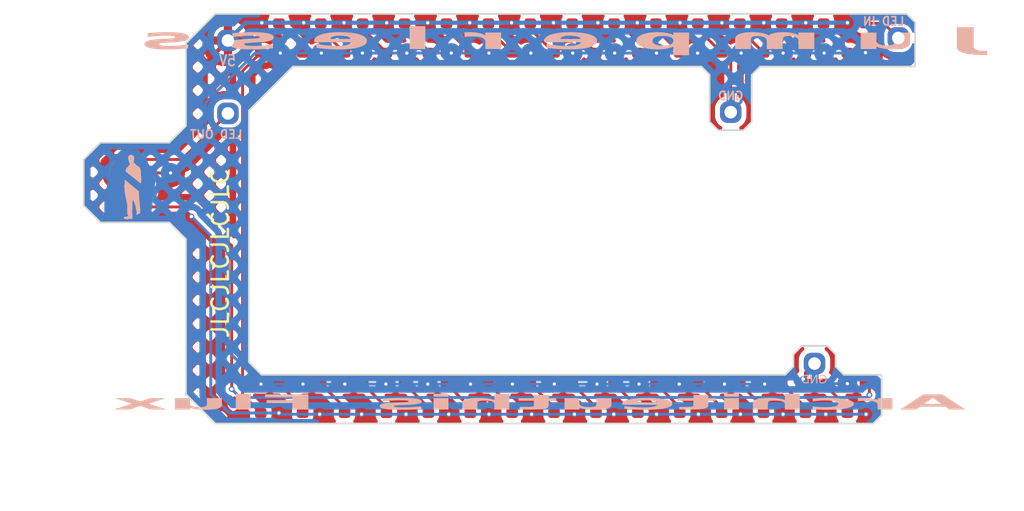
<source format=kicad_pcb>
(kicad_pcb (version 20221018) (generator pcbnew)
  (layers (0 "F.Cu" signal) (31 "B.Cu" signal) (34 "B.Paste" user) (35 "F.Paste" user) (36 "B.SilkS" user "B.Silkscreen") (37 "F.SilkS" user "F.Silkscreen") (38 "B.Mask" user) (39 "F.Mask" user) (44 "Edge.Cuts" user))
  (net 0 "")
  (net 1 "Net-(D92-DOUT)")
  (net 2 "Net-(D100-VSS)")
  (net 3 "Net-(D92-DIN)")
  (net 4 "Net-(D100-VDD)")
  (net 5 "Net-(D93-DOUT)")
  (net 6 "Net-(D94-DOUT)")
  (net 7 "Net-(D95-DOUT)")
  (net 8 "Net-(D96-DOUT)")
  (net 9 "Net-(D97-DOUT)")
  (net 10 "Net-(D98-DOUT)")
  (net 11 "Net-(D100-DIN)")
  (net 12 "Net-(D100-DOUT)")
  (net 13 "Net-(D101-DOUT)")
  (net 14 "Net-(D102-DOUT)")
  (net 15 "Net-(D103-DOUT)")
  (net 16 "Net-(D104-DOUT)")
  (net 17 "Net-(D105-DOUT)")
  (net 18 "Net-(D106-DOUT)")
  (net 19 "Net-(D107-DOUT)")
  (net 20 "Net-(D108-DOUT)")
  (net 21 "Net-(D109-DOUT)")
  (net 22 "Net-(D110-DOUT)")
  (net 23 "Net-(D111-DOUT)")
  (net 24 "Net-(D112-DOUT)")
  (net 25 "Net-(D113-DOUT)")
  (net 26 "Net-(D114-DOUT)")
  (net 27 "Net-(D115-DOUT)")
  (net 28 "Net-(D116-DOUT)")
  (net 29 "Net-(D117-DOUT)")
  (net 30 "Net-(D118-DOUT)")
  (net 31 "Net-(D119-DOUT)")
  (net 32 "Net-(D120-DOUT)")
  (net 33 "Net-(D121-DOUT)")
  (net 34 "Net-(D122-DOUT)")
  (footprint "JumperlessFootprints:ws2812c-2020-noSolk" (layer "F.Cu") (at 120.523 85.344 180)
    (fp_text reference "D116" hide)
    (fp_text value "WS2812B" hide)
  )
  (footprint "JumperlessFootprints:ws2812c-2020-noSolk" (layer "F.Cu") (at 128.143 85.344 180)
    (fp_text reference "D119" hide)
    (fp_text value "WS2812B" hide)
  )
  (footprint "JumperlessFootprints:PINHEADER-1x1_vertical" (layer "F.Cu") (at 125.603 67.9958)
    (fp_text reference "J10" hide)
    (fp_text value "GND")
  )
  (footprint "JumperlessFootprints:PINHEADER-1x1_vertical" (layer "F.Cu") (at 95.123 68.072)
    (fp_text reference "TP19" hide)
    (fp_text value "LED OUT")
  )
  (footprint "JumperlessFootprints:ws2812c-2020-noSolk" (layer "F.Cu") (at 117.983 63.5)
    (fp_text reference "D98" hide)
    (fp_text value "WS2812B" hide)
  )
  (footprint "JumperlessFootprints:ws2812c-2020-noSolk" (layer "F.Cu") (at 97.663 63.5)
    (fp_text reference "D106" hide)
    (fp_text value "WS2812B" hide)
  )
  (footprint "JumperlessFootprints:ws2812c-2020-noSolk" (layer "F.Cu") (at 115.443 63.5)
    (fp_text reference "D99" hide)
    (fp_text value "WS2812B" hide)
  )
  (footprint "JumperlessFootprints:ws2812c-2020-noSolk" (layer "F.Cu") (at 125.603 63.5)
    (fp_text reference "D95" hide)
    (fp_text value "WS2812B" hide)
  )
  (footprint "JumperlessFootprints:ws2812c-2020-noSolk" (layer "F.Cu") (at 100.203 85.344 180)
    (fp_text reference "D108" hide)
    (fp_text value "WS2812B" hide)
  )
  (footprint "JumperlessFootprints:ws2812c-2020-noSolk" (layer "F.Cu") (at 102.743 85.344 180)
    (fp_text reference "D109" hide)
    (fp_text value "WS2812B" hide)
  )
  (footprint "JumperlessFootprints:ws2812c-2020-noSolk" (layer "F.Cu") (at 125.603 85.344 180)
    (fp_text reference "D118" hide)
    (fp_text value "WS2812B" hide)
  )
  (footprint "JumperlessFootprints:ws2812c-2020-noSolk" (layer "F.Cu") (at 117.983 85.344 180)
    (fp_text reference "D115" hide)
    (fp_text value "WS2812B" hide)
  )
  (footprint "JumperlessFootprints:ws2812c-2020-noSolk" (layer "F.Cu") (at 110.363 85.344 180)
    (fp_text reference "D112" hide)
    (fp_text value "WS2812B" hide)
  )
  (footprint "JumperlessFootprints:ws2812c-2020-noSolk" (layer "F.Cu") (at 105.283 85.344 180)
    (fp_text reference "D110" hide)
    (fp_text value "WS2812B" hide)
  )
  (footprint "JumperlessFootprints:ws2812c-2020-noSolk" (layer "F.Cu") (at 110.363 63.5)
    (fp_text reference "D101" hide)
    (fp_text value "WS2812B" hide)
  )
  (footprint "JumperlessFootprints:ws2812c-2020-noSolk" (layer "F.Cu") (at 128.143 63.5)
    (fp_text reference "D94" hide)
    (fp_text value "WS2812B" hide)
  )
  (footprint "JumperlessFootprints:ws2812c-2020-noSolk" (layer "F.Cu") (at 123.063 63.5)
    (fp_text reference "D96" hide)
    (fp_text value "WS2812B" hide)
  )
  (footprint "JumperlessFootprints:ws2812c-2020-noSolk" (layer "F.Cu") (at 107.823 85.344 180)
    (fp_text reference "D111" hide)
    (fp_text value "WS2812B" hide)
  )
  (footprint "JumperlessFootprints:ws2812c-2020-noSolk" (layer "F.Cu") (at 123.063 85.344 180)
    (fp_text reference "D117" hide)
    (fp_text value "WS2812B" hide)
  )
  (footprint "JumperlessFootprints:ws2812c-2020-noSolk" (layer "F.Cu") (at 100.203 63.5)
    (fp_text reference "D105" hide)
    (fp_text value "WS2812B" hide)
  )
  (footprint "JumperlessFootprints:PINHEADER-1x1_vertical" (layer "F.Cu") (at 135.763 63.5)
    (fp_text reference "TP18" hide)
    (fp_text value "LED IN")
  )
  (footprint "JumperlessFootprints:ws2812c-2020-noSolk" (layer "F.Cu") (at 130.683 63.5)
    (fp_text reference "D93" hide)
    (fp_text value "WS2812B" hide)
  )
  (footprint "JumperlessFootprints:ws2812c-2020-noSolk" (layer "F.Cu") (at 115.443 85.344 180)
    (fp_text reference "D114" hide)
    (fp_text value "WS2812B" hide)
  )
  (footprint "JumperlessFootprints:PINHEADER-1x1_vertical" (layer "F.Cu") (at 95.123 63.6524)
    (fp_text reference "J8" hide)
    (fp_text value "5V")
  )
  (footprint "JumperlessFootprints:ws2812c-2020-noSolk" (layer "F.Cu") (at 89.408 72.136 90)
    (fp_text reference "D122" hide)
    (fp_text value "WS2812B")
  )
  (footprint "JumperlessFootprints:ws2812c-2020-noSolk" (layer "F.Cu") (at 97.663 85.344 180)
    (fp_text reference "D107" hide)
    (fp_text value "WS2812B" hide)
  )
  (footprint "JumperlessFootprints:ws2812c-2020-noSolk" (layer "F.Cu") (at 105.283 63.5)
    (fp_text reference "D103" hide)
    (fp_text value "WS2812B" hide)
  )
  (footprint "JumperlessFootprints:ws2812c-2020-noSolk" (layer "F.Cu") (at 120.523 63.5)
    (fp_text reference "D97" hide)
    (fp_text value "WS2812B" hide)
  )
  (footprint "JumperlessFootprints:ws2812c-2020-noSolk" (layer "F.Cu") (at 133.223 63.5)
    (fp_text reference "D92" hide)
    (fp_text value "WS2812B" hide)
  )
  (footprint "JumperlessFootprints:ws2812c-2020-noSolk" (layer "F.Cu") (at 102.743 63.5)
    (fp_text reference "D104" hide)
    (fp_text value "WS2812B" hide)
  )
  (footprint "JumperlessFootprints:ws2812c-2020-noSolk" (layer "F.Cu") (at 130.683 85.344 180)
    (fp_text reference "D120" hide)
    (fp_text value "WS2812B" hide)
  )
  (footprint "JumperlessFootprints:ws2812c-2020-noSolk" (layer "F.Cu") (at 112.903 63.5)
    (fp_text reference "D100" hide)
    (fp_text value "WS2812B" hide)
  )
  (footprint "JumperlessFootprints:ws2812c-2020-noSolk" (layer "F.Cu") (at 112.903 85.344 180)
    (fp_text reference "D113" hide)
    (fp_text value "WS2812B" hide)
  )
  (footprint "JumperlessFootprints:PINHEADER-1x1_vertical" (layer "F.Cu") (at 130.683 83.2358)
    (fp_text reference "J9" hide)
    (fp_text value "GND" hide)
  )
  (footprint "JumperlessFootprints:ws2812c-2020-noSolk" (layer "F.Cu") (at 107.823 63.5)
    (fp_text reference "D102" hide)
    (fp_text value "WS2812B" hide)
  )
  (footprint "JumperlessFootprints:ws2812c-2020-noSolk" (layer "F.Cu") (at 133.223 85.344 180)
    (fp_text reference "D121" hide)
    (fp_text value "WS2812B" hide)
  )
  (gr_poly (pts (xy 88.873698 72.115433) (xy 88.871908 72.169139) (xy 88.870724 72.196586) (xy 88.868798 72.231616) (xy 88.866399 72.269724) (xy 88.863797 72.306408) (xy 88.857465 72.389969) (xy 88.846792 72.41061) (xy 88.836119 72.431252) (xy 88.843425 72.444308) (xy 88.850731 72.457365) (xy 88.842452 72.480262) (xy 88.834172 72.50316) (xy 88.842984 72.518985) (xy 88.851796 72.53481) (xy 88.853998 72.60067) (xy 88.854801 72.630093) (xy 88.855365 72.66152) (xy 88.855633 72.691187) (xy 88.855546 72.715333) (xy 88.855624 72.726121) (xy 88.856114 72.73809) (xy 88.856976 72.75084) (xy 88.858168 72.763975) (xy 88.85965 72.777095) (xy 88.861382 72.789803) (xy 88.863321 72.8017) (xy 88.865429 72.812389) (xy 88.867623 72.82279) (xy 88.869815 72.833861) (xy 88.873954 72.856651) (xy 88.87738 72.878039) (xy 88.878681 72.887358) (xy 88.879628 72.895306) (xy 88.883986 72.929153) (xy 88.890889 72.972966) (xy 88.9 73.025) (xy 88.910983 73.083509) (xy 88.923499 73.146748) (xy 88.937213 73.21297) (xy 88.951788 73.280429) (xy 88.966885 73.34738) (xy 88.978777 73.400191) (xy 88.990129 73.452811) (xy 88.999655 73.499148) (xy 89.00607 73.533106) (xy 89.016811 73.595499) (xy 89.02149 73.872803) (xy 89.026169 74.150107) (xy 89.045661 74.198636) (xy 89.049649 74.208845) (xy 89.053506 74.219258) (xy 89.05714 74.229584) (xy 89.060455 74.239532) (xy 89.063357 74.24881) (xy 89.065754 74.257127) (xy 89.067549 74.264191) (xy 89.068649 74.26971) (xy 89.072145 74.292257) (xy 89.052319 74.300932) (xy 89.047946 74.302938) (xy 89.043113 74.30532) (xy 89.037979 74.307989) (xy 89.032704 74.310857) (xy 89.027447 74.313834) (xy 89.022369 74.316833) (xy 89.017629 74.319764) (xy 89.013386 74.322539) (xy 88.994279 74.335472) (xy 88.866111 74.335472) (xy 88.847545 74.348653) (xy 88.828979 74.361836) (xy 88.82134 74.384985) (xy 88.813701 74.408134) (xy 88.82012 74.425015) (xy 88.820822 74.426774) (xy 88.8216 74.428559) (xy 88.822446 74.430359) (xy 88.823352 74.432161) (xy 88.824309 74.433953) (xy 88.82531 74.435722) (xy 88.826346 74.437455) (xy 88.827409 74.43914) (xy 88.828492 74.440765) (xy 88.829585 74.442317) (xy 88.830682 74.443784) (xy 88.831773 74.445153) (xy 88.832851 74.446411) (xy 88.833908 74.447546) (xy 88.834935 74.448546) (xy 88.835925 74.449398) (xy 88.839854 74.451991) (xy 88.845168 74.454644) (xy 88.85174 74.457332) (xy 88.859445 74.460027) (xy 88.868157 74.462703) (xy 88.877749 74.465333) (xy 88.888095 74.467889) (xy 88.899069 74.470346) (xy 88.910546 74.472675) (xy 88.9224 74.474851) (xy 88.934503 74.476846) (xy 88.946731 74.478634) (xy 88.958957 74.480187) (xy 88.971055 74.481479) (xy 88.982899 74.482483) (xy 88.994363 74.483172) (xy 89.05329 74.485924) (xy 89.084486 74.475557) (xy 89.084434 74.4755) (xy 89.11563 74.465133) (xy 89.215 74.46276) (xy 89.314373 74.460386) (xy 89.324999 74.449761) (xy 89.335627 74.439133) (xy 89.336556 74.400341) (xy 89.337485 74.361548) (xy 89.349582 74.361548) (xy 89.342486 74.352883) (xy 89.341508 74.35151) (xy 89.340555 74.349815) (xy 89.33873 74.345485) (xy 89.337016 74.339944) (xy 89.335417 74.333242) (xy 89.333938 74.325429) (xy 89.332583 74.316553) (xy 89.331358 74.306666) (xy 89.330265 74.295816) (xy 89.329311 74.284054) (xy 89.328498 74.271429) (xy 89.327833 74.257991) (xy 89.327319 74.24379) (xy 89.326961 74.228875) (xy 89.326763 74.213297) (xy 89.32673 74.197105) (xy 89.326867 74.180349) (xy 89.327933 74.099671) (xy 89.317774 74.060777) (xy 89.307616 74.021885) (xy 89.32132 73.933477) (xy 89.335021 73.84507) (xy 89.331614 73.644282) (xy 89.328208 73.443495) (xy 89.334304 73.43211) (xy 89.334962 73.430702) (xy 89.335679 73.428847) (xy 89.336449 73.426575) (xy 89.337264 73.423917) (xy 89.339003 73.417562) (xy 89.340838 73.410027) (xy 89.342714 73.401552) (xy 89.344572 73.392382) (xy 89.346356 73.382759) (xy 89.34801 73.372925) (xy 89.349681 73.363182) (xy 89.351516 73.353819) (xy 89.353454 73.34506) (xy 89.355435 73.337131) (xy 89.357401 73.330255) (xy 89.35929 73.324657) (xy 89.360187 73.322407) (xy 89.361043 73.320562) (xy 89.36185 73.319148) (xy 89.362601 73.318193) (xy 89.369576 73.311263) (xy 89.377811 73.32498) (xy 89.386165 73.340446) (xy 89.396912 73.362691) (xy 89.40938 73.390142) (xy 89.422899 73.421226) (xy 89.436796 73.454371) (xy 89.450401 73.488003) (xy 89.463041 73.52055) (xy 89.474045 73.550438) (xy 89.488007 73.59043) (xy 89.499735 73.625936) (xy 89.509747 73.658996) (xy 89.518556 73.691647) (xy 89.526679 73.725929) (xy 89.534632 73.763879) (xy 89.54293 73.807536) (xy 89.552089 73.858939) (xy 89.557751 73.889868) (xy 89.56512 73.92796) (xy 89.573242 73.968378) (xy 89.581165 74.006287) (xy 89.599353 74.091243) (xy 89.588022 74.120906) (xy 89.586868 74.124097) (xy 89.585746 74.127532) (xy 89.584663 74.131178) (xy 89.583623 74.135004) (xy 89.581699 74.143065) (xy 89.58002 74.151461) (xy 89.578633 74.159935) (xy 89.577585 74.168231) (xy 89.577202 74.172233) (xy 89.576922 74.176094) (xy 89.576749 74.179783) (xy 89.57669 74.183268) (xy 89.57669 74.215968) (xy 89.589588 74.215968) (xy 89.591029 74.215882) (xy 89.592679 74.215629) (xy 89.594518 74.215218) (xy 89.596528 74.214657) (xy 89.598689 74.213955) (xy 89.600982 74.21312) (xy 89.603389 74.212161) (xy 89.605889 74.211087) (xy 89.608464 74.209905) (xy 89.611095 74.208625) (xy 89.613762 74.207255) (xy 89.616446 74.205803) (xy 89.619128 74.204279) (xy 89.62179 74.202689) (xy 89.624411 74.201044) (xy 89.626973 74.199352) (xy 89.629577 74.197635) (xy 89.632322 74.195919) (xy 89.638143 74.192534) (xy 89.64425 74.189284) (xy 89.650455 74.186256) (xy 89.656571 74.183537) (xy 89.659538 74.182321) (xy 89.662412 74.181215) (xy 89.665172 74.18023) (xy 89.667792 74.179376) (xy 89.67025 74.178666) (xy 89.672523 74.178109) (xy 89.674709 74.177589) (xy 89.676911 74.176991) (xy 89.679115 74.17632) (xy 89.681307 74.175584) (xy 89.68347 74.17479) (xy 89.685592 74.173945) (xy 89.687657 74.173056) (xy 89.68965 74.172131) (xy 89.691556 74.171176) (xy 89.693362 74.170198) (xy 89.695052 74.169204) (xy 89.696611 74.168203) (xy 89.698025 74.1672) (xy 89.699279 74.166203) (xy 89.700358 74.165219) (xy 89.701248 74.164255) (xy 89.701672 74.163776) (xy 89.702152 74.163292) (xy 89.703273 74.16231) (xy 89.704595 74.161317) (xy 89.706102 74.16032) (xy 89.707777 74.159325) (xy 89.709605 74.15834) (xy 89.711569 74.157371) (xy 89.713654 74.156426) (xy 89.715843 74.155512) (xy 89.718119 74.154635) (xy 89.720468 74.153803) (xy 89.722872 74.153022) (xy 89.725315 74.152301) (xy 89.727782 74.151645) (xy 89.730257 74.151061) (xy 89.732722 74.150558) (xy 89.735296 74.150009) (xy 89.738085 74.149287) (xy 89.741064 74.148402) (xy 89.744205 74.147367) (xy 89.747482 74.146194) (xy 89.750868 74.144895) (xy 89.754337 74.143481) (xy 89.757861 74.141964) (xy 89.764969 74.138669) (xy 89.771979 74.135106) (xy 89.77538 74.133254) (xy 89.778677 74.13137) (xy 89.781842 74.129466) (xy 89.784849 74.127554) (xy 89.813162 74.109018) (xy 89.808627 74.091435) (xy 89.808155 74.088996) (xy 89.807671 74.085356) (xy 89.806679 74.074761) (xy 89.805681 74.060234) (xy 89.804706 74.04236) (xy 89.803783 74.021722) (xy 89.802943 73.998904) (xy 89.802213 73.97449) (xy 89.801623 73.949064) (xy 89.800055 73.893227) (xy 89.797629 73.833441) (xy 89.794675 73.776873) (xy 89.79152 73.730687) (xy 89.77725 73.550439) (xy 89.774118 73.513783) (xy 89.7705 73.478037) (xy 89.766844 73.447295) (xy 89.765142 73.43508) (xy 89.763599 73.425652) (xy 89.762068 73.415729) (xy 89.760402 73.402095) (xy 89.758656 73.385361) (xy 89.756881 73.36614) (xy 89.755133 73.345042) (xy 89.753464 73.322679) (xy 89.751927 73.299661) (xy 89.750577 73.276601) (xy 89.747574 73.229157) (xy 89.743835 73.181972) (xy 89.739837 73.140506) (xy 89.73789 73.123624) (xy 89.736058 73.110219) (xy 89.727547 73.054758) (xy 89.726653 72.928566) (xy 89.725758 72.802374) (xy 89.306577 72.452055) (xy 88.887396 72.101735)) (stroke (width 0.006932)) (fill solid) (layer "B.SilkS"))
  (gr_poly (pts (xy 89.25068 70.584291) (xy 89.243562 70.584901) (xy 89.235977 70.58587) (xy 89.227831 70.587187) (xy 89.219026 70.588841) (xy 89.209466 70.59082) (xy 89.17437 70.598346) (xy 89.135188 70.634148) (xy 89.096006 70.669951) (xy 89.080508 70.704986) (xy 89.065009 70.740022) (xy 89.068311 70.788177) (xy 89.071612 70.836333) (xy 89.088428 70.875329) (xy 89.091806 70.883518) (xy 89.094958 70.891845) (xy 89.097813 70.900077) (xy 89.100304 70.907983) (xy 89.102362 70.915334) (xy 89.103917 70.921896) (xy 89.104484 70.924809) (xy 89.1049 70.927438) (xy 89.105156 70.929755) (xy 89.105243 70.931731) (xy 89.105297 70.933607) (xy 89.105455 70.935632) (xy 89.105711 70.937788) (xy 89.106061 70.940055) (xy 89.106498 70.942415) (xy 89.107019 70.944847) (xy 89.107616 70.947334) (xy 89.108286 70.949856) (xy 89.109022 70.952393) (xy 89.10982 70.954927) (xy 89.110674 70.957439) (xy 89.111579 70.959909) (xy 89.11253 70.962319) (xy 89.11352 70.964649) (xy 89.114546 70.96688) (xy 89.115601 70.968993) (xy 89.116657 70.971107) (xy 89.117683 70.973343) (xy 89.118674 70.97568) (xy 89.119626 70.9781) (xy 89.120533 70.980583) (xy 89.121389 70.98311) (xy 89.122189 70.985662) (xy 89.122928 70.988219) (xy 89.123601 70.990762) (xy 89.124202 70.993272) (xy 89.124725 70.995729) (xy 89.125166 70.998115) (xy 89.125519 71.000411) (xy 89.125779 71.002595) (xy 89.125941 71.004651) (xy 89.125998 71.006558) (xy 89.1261 71.008521) (xy 89.126399 71.010743) (xy 89.126884 71.013199) (xy 89.127546 71.015864) (xy 89.128374 71.018713) (xy 89.129359 71.021721) (xy 89.130489 71.024864) (xy 89.131756 71.028116) (xy 89.133149 71.031452) (xy 89.134657 71.034849) (xy 89.136271 71.03828) (xy 89.13798 71.04172) (xy 89.139775 71.045146) (xy 89.141645 71.048532) (xy 89.14358 71.051854) (xy 89.145569 71.055085) (xy 89.149645 71.061701) (xy 89.153743 71.068693) (xy 89.157753 71.075851) (xy 89.161563 71.082962) (xy 89.165063 71.089814) (xy 89.168141 71.096196) (xy 89.170687 71.101897) (xy 89.172591 71.106704) (xy 89.175876 71.115708) (xy 89.179285 71.12485) (xy 89.182413 71.133059) (xy 89.184859 71.13927) (xy 89.189638 71.151037) (xy 89.145396 71.198198) (xy 89.136181 71.208351) (xy 89.126949 71.219137) (xy 89.117948 71.230227) (xy 89.109425 71.24129) (xy 89.101627 71.251996) (xy 89.094803 71.262015) (xy 89.091833 71.266663) (xy 89.089199 71.271016) (xy 89.086932 71.275032) (xy 89.085063 71.27867) (xy 89.068972 71.311983) (xy 88.975094 71.373833) (xy 88.963348 71.406654) (xy 88.95612 71.427418) (xy 88.949874 71.446634) (xy 88.944531 71.464626) (xy 88.94001 71.48172) (xy 88.936231 71.498241) (xy 88.933114 71.514514) (xy 88.930578 71.530863) (xy 88.928543 71.547614) (xy 88.92383 71.591993) (xy 89.106393 71.738215) (xy 89.557704 72.100443) (xy 89.662493 72.184314) (xy 89.749141 72.252998) (xy 89.808646 72.299405) (xy 89.825408 72.312041) (xy 89.832009 72.31645) (xy 89.83231 72.3164) (xy 89.832638 72.316252) (xy 89.832993 72.316008) (xy 89.833372 72.315671) (xy 89.833775 72.315243) (xy 89.834202 72.314727) (xy 89.835118 72.313439) (xy 89.836111 72.311827) (xy 89.837173 72.30991) (xy 89.838295 72.307708) (xy 89.839467 72.305241) (xy 89.840681 72.302528) (xy 89.841928 72.299588) (xy 89.843198 72.296442) (xy 89.844483 72.293108) (xy 89.845774 72.289607) (xy 89.847062 72.285957) (xy 89.848337 72.282179) (xy 89.849591 72.278292) (xy 89.849589 72.278289) (xy 89.849587 72.278286) (xy 89.849583 72.27828) (xy 89.861612 72.240122) (xy 89.861932 72.182957) (xy 89.862253 72.125791) (xy 89.869836 72.116539) (xy 89.877423 72.107287) (xy 89.873502 71.97355) (xy 89.865945 71.959548) (xy 89.865162 71.957905) (xy 89.864376 71.955886) (xy 89.86359 71.953517) (xy 89.862812 71.950828) (xy 89.862044 71.947848) (xy 89.861294 71.944604) (xy 89.860566 71.941125) (xy 89.859864 71.937439) (xy 89.858564 71.929564) (xy 89.857434 71.921205) (xy 89.856516 71.912591) (xy 89.85615 71.908259) (xy 89.855852 71.903949) (xy 89.849961 71.810359) (xy 89.848144 71.779896) (xy 89.846852 71.752686) (xy 89.846086 71.728356) (xy 89.845845 71.706534) (xy 89.846131 71.686848) (xy 89.846943 71.668926) (xy 89.848281 71.652394) (xy 89.850147 71.636881) (xy 89.85554 71.598589) (xy 89.843676 71.564089) (xy 89.841298 71.55662) (xy 89.839088 71.548608) (xy 89.837095 71.540306) (xy 89.835365 71.531962) (xy 89.833947 71.523826) (xy 89.832889 71.516149) (xy 89.832237 71.509179) (xy 89.832079 71.506038) (xy 89.83204 71.503167) (xy 89.832269 71.476744) (xy 89.818342 71.444254) (xy 89.808877 71.422339) (xy 89.800856 71.404197) (xy 89.793975 71.389229) (xy 89.787929 71.376834) (xy 89.782416 71.366413) (xy 89.777131 71.357367) (xy 89.771771 71.349095) (xy 89.766031 71.340998) (xy 89.749717 71.318789) (xy 89.700681 71.293023) (xy 89.651645 71.267257) (xy 89.64049 71.249375) (xy 89.635948 71.242157) (xy 89.631823 71.235726) (xy 89.628571 71.230782) (xy 89.627414 71.229086) (xy 89.626645 71.228025) (xy 89.626469 71.227849) (xy 89.626221 71.227675) (xy 89.625902 71.227503) (xy 89.625515 71.227333) (xy 89.624543 71.227003) (xy 89.623321 71.226686) (xy 89.621866 71.226383) (xy 89.620194 71.226097) (xy 89.618321 71.22583) (xy 89.616263 71.225582) (xy 89.614036 71.225357) (xy 89.611656 71.225156) (xy 89.60914 71.224981) (xy 89.606505 71.224834) (xy 89.603765 71.224716) (xy 89.600937 71.22463) (xy 89.598038 71.224576) (xy 89.595083 71.224558) (xy 89.566215 71.224558) (xy 89.563911 71.207226) (xy 89.563577 71.205353) (xy 89.56306 71.20332) (xy 89.562371 71.201148) (xy 89.561522 71.198856) (xy 89.560521 71.196463) (xy 89.559382 71.193989) (xy 89.558113 71.191454) (xy 89.556727 71.188876) (xy 89.555234 71.186277) (xy 89.553645 71.183674) (xy 89.551971 71.181089) (xy 89.550223 71.17854) (xy 89.548411 71.176046) (xy 89.546547 71.173628) (xy 89.544641 71.171305) (xy 89.542704 71.169097) (xy 89.538508 71.164373) (xy 89.533821 71.15891) (xy 89.528801 71.152903) (xy 89.523605 71.146549) (xy 89.518392 71.140041) (xy 89.513318 71.133574) (xy 89.508542 71.127344) (xy 89.504221 71.121546) (xy 89.484636 71.094793) (xy 89.459885 71.09881) (xy 89.435134 71.102827) (xy 89.422687 71.091559) (xy 89.410235 71.080292) (xy 89.410235 70.972377) (xy 89.421417 70.925152) (xy 89.432599 70.877927) (xy 89.434834 70.802079) (xy 89.43707 70.72623) (xy 89.427941 70.705022) (xy 89.42688 70.702711) (xy 89.425592 70.70017) (xy 89.424095 70.697425) (xy 89.422406 70.6945) (xy 89.418525 70.688217) (xy 89.414088 70.681528) (xy 89.409237 70.674638) (xy 89.404112 70.667753) (xy 89.398854 70.66108) (xy 89.396219 70.657887) (xy 89.393603 70.654824) (xy 89.368395 70.625835) (xy 89.325828 70.604565) (xy 89.317468 70.600469) (xy 89.309703 70.596858) (xy 89.302436 70.59372) (xy 89.295571 70.591044) (xy 89.289013 70.588819) (xy 89.282663 70.587032) (xy 89.276427 70.585674) (xy 89.270207 70.584732) (xy 89.263906 70.584195) (xy 89.25743 70.584052)) (stroke (width 0.006932)) (fill solid) (layer "B.SilkS"))
  (gr_line (start 87.4014 74.676) (end 91.567 74.676) (stroke (width 0.1)) (layer "Edge.Cuts"))
  (gr_line (start 94.361 62.042137) (end 92.583 63.820137) (stroke (width 0.1)) (layer "Edge.Cuts"))
  (gr_line (start 96.393 67.8942) (end 96.393 68.011137) (stroke (width 0.1)) (layer "Edge.Cuts"))
  (gr_line (start 131.953 82.677) (end 131.445 82.169) (stroke (width 0.1)) (layer "Edge.Cuts"))
  (gr_line (start 92.583 85.09) (end 92.583 75.692) (stroke (width 0.1)) (layer "Edge.Cuts"))
  (gr_line (start 99.06 65.2272) (end 96.393 67.8942) (stroke (width 0.1)) (layer "Edge.Cuts"))
  (gr_line (start 124.333 68.58) (end 124.841 69.088) (stroke (width 0.1)) (layer "Edge.Cuts"))
  (gr_line (start 86.3854 73.66) (end 87.4014 74.676) (stroke (width 0.1)) (layer "Edge.Cuts"))
  (gr_line (start 86.3854 70.866) (end 86.3854 73.66) (stroke (width 0.1)) (layer "Edge.Cuts"))
  (gr_line (start 92.583 68.834) (end 91.567 69.85) (stroke (width 0.1)) (layer "Edge.Cuts"))
  (gr_line (start 124.333 65.7352) (end 123.825 65.2272) (stroke (width 0.1)) (layer "Edge.Cuts"))
  (gr_line (start 129.413 83.4136) (end 129.413 82.677) (stroke (width 0.1)) (layer "Edge.Cuts"))
  (gr_line (start 94.361 86.868) (end 92.583 85.09) (stroke (width 0.1)) (layer "Edge.Cuts"))
  (gr_line (start 136.271 62.042137) (end 136.779 62.550137) (stroke (width 0.1)) (layer "Edge.Cuts"))
  (gr_line (start 134.747 86.36) (end 134.747 83.9216) (stroke (width 0.1)) (layer "Edge.Cuts"))
  (gr_line (start 91.567 74.676) (end 92.583 75.692) (stroke (width 0.1)) (layer "Edge.Cuts"))
  (gr_line (start 126.873 65.7352) (end 126.873 68.58) (stroke (width 0.1)) (layer "Edge.Cuts"))
  (gr_line (start 92.583 63.820137) (end 92.583 66.548) (stroke (width 0.1)) (layer "Edge.Cuts"))
  (gr_line (start 94.361 86.868) (end 134.239 86.868) (stroke (width 0.1)) (layer "Edge.Cuts"))
  (gr_line (start 134.747 86.36) (end 134.239 86.868) (stroke (width 0.1)) (layer "Edge.Cuts"))
  (gr_line (start 96.393 83.1596) (end 97.155 83.9216) (stroke (width 0.1)) (layer "Edge.Cuts"))
  (gr_line (start 124.333 68.58) (end 124.333 65.7352) (stroke (width 0.1)) (layer "Edge.Cuts"))
  (gr_line (start 92.583 66.548) (end 92.583 68.834) (stroke (width 0.1)) (layer "Edge.Cuts"))
  (gr_line (start 129.413 83.4136) (end 128.905 83.9216) (stroke (width 0.1)) (layer "Edge.Cuts"))
  (gr_line (start 131.953 82.677) (end 131.953 83.4136) (stroke (width 0.1)) (layer "Edge.Cuts"))
  (gr_line (start 132.461 83.9216) (end 134.747 83.9216) (stroke (width 0.1)) (layer "Edge.Cuts"))
  (gr_line (start 126.873 65.7352) (end 127.381 65.2272) (stroke (width 0.1)) (layer "Edge.Cuts"))
  (gr_line (start 129.921 82.169) (end 131.445 82.169) (stroke (width 0.1)) (layer "Edge.Cuts"))
  (gr_line (start 131.953 83.4136) (end 132.461 83.9216) (stroke (width 0.1)) (layer "Edge.Cuts"))
  (gr_line (start 87.4014 69.85) (end 86.3854 70.866) (stroke (width 0.1)) (layer "Edge.Cuts"))
  (gr_line (start 129.413 82.677) (end 129.921 82.169) (stroke (width 0.1)) (layer "Edge.Cuts"))
  (gr_line (start 99.06 65.2272) (end 123.825 65.2272) (stroke (width 0.1)) (layer "Edge.Cuts"))
  (gr_line (start 128.905 83.9216) (end 97.155 83.9216) (stroke (width 0.1)) (layer "Edge.Cuts"))
  (gr_line (start 96.393 83.1596) (end 96.393 68.011137) (stroke (width 0.1)) (layer "Edge.Cuts"))
  (gr_line (start 126.365 69.088) (end 124.841 69.088) (stroke (width 0.1)) (layer "Edge.Cuts"))
  (gr_line (start 126.873 68.58) (end 126.365 69.088) (stroke (width 0.1)) (layer "Edge.Cuts"))
  (gr_line (start 136.779 62.550137) (end 136.779 65.2272) (stroke (width 0.1)) (layer "Edge.Cuts"))
  (gr_line (start 91.567 69.85) (end 87.4014 69.85) (stroke (width 0.1)) (layer "Edge.Cuts"))
  (gr_line (start 136.271 62.042137) (end 94.361 62.042137) (stroke (width 0.1)) (layer "Edge.Cuts"))
  (gr_line (start 127.381 65.2272) (end 136.779 65.2272) (stroke (width 0.1)) (layer "Edge.Cuts"))
  (gr_text "J u m p e r l e s s" (at 115.316 63.627) (layer "B.SilkS") (effects (font (size 1.3 3.9) (thickness 0.1) bold) (justify mirror)))
  (gr_text "GND" (at 130.6576 84.2264) (layer "B.SilkS") (effects (font (size 0.5 0.5) (thickness 0.1)) (justify mirror)))
  (gr_text "Architeuthis  Flux" (at 113.9952 85.6488) (layer "B.SilkS") (effects (font (size 0.9 3.7) (thickness 0.06) bold) (justify mirror)))
  (gr_text "JLCJLCJLCJLC" (at 95.25 81.788 90) (layer "F.SilkS") (effects (font (size 1 1)) (justify left bottom)))
  (segment (start 131.233 62.949) (end 132.673 64.389) (width 0.175) (layer "F.Cu") (net 1))
  (segment (start 131.233 62.611) (end 131.233 62.949) (width 0.175) (layer "F.Cu") (net 1))
  (segment (start 123.613 64.389) (end 123.613 64.3978) (width 0.175) (layer "F.Cu") (net 2))
  (segment (start 125.1966 84.455) (end 125.222 84.4804) (width 0.175) (layer "F.Cu") (net 2))
  (segment (start 110.9218 64.389) (end 110.9472 64.4144) (width 0.175) (layer "F.Cu") (net 2))
  (segment (start 109.813 84.4638) (end 109.8296 84.4804) (width 0.175) (layer "F.Cu") (net 2))
  (segment (start 100.7618 64.389) (end 100.7872 64.4144) (width 0.175) (layer "F.Cu") (net 2))
  (segment (start 112.353 84.455) (end 112.353 84.4638) (width 0.175) (layer "F.Cu") (net 2))
  (segment (start 114.893 84.455) (end 114.893 84.4638) (width 0.175) (layer "F.Cu") (net 2))
  (segment (start 103.293 64.3978) (end 103.2764 64.4144) (width 0.175) (layer "F.Cu") (net 2))
  (segment (start 116.0018 64.389) (end 116.0272 64.4144) (width 0.175) (layer "F.Cu") (net 2))
  (segment (start 123.613 64.3978) (end 123.5964 64.4144) (width 0.175) (layer "F.Cu") (net 2))
  (segment (start 90.3898 71.6788) (end 90.297 71.586) (width 0.175) (layer "F.Cu") (net 2))
  (segment (start 118.533 64.389) (end 118.5418 64.389) (width 0.175) (layer "F.Cu") (net 2))
  (segment (start 125.603 64.939) (end 126.153 64.389) (width 0.175) (layer "F.Cu") (net 2))
  (segment (start 98.213 64.389) (end 98.2726 64.389) (width 0.175) (layer "F.Cu") (net 2))
  (segment (start 104.733 84.455) (end 104.7242 84.455) (width 0.175) (layer "F.Cu") (net 2))
  (segment (start 113.4618 64.389) (end 113.4872 64.4144) (width 0.175) (layer "F.Cu") (net 2))
  (segment (start 121.0818 64.389) (end 121.1072 64.4144) (width 0.175) (layer "F.Cu") (net 2))
  (segment (start 105.9434 64.389) (end 105.9688 64.4144) (width 0.175) (layer "F.Cu") (net 2))
  (segment (start 130.133 84.311384) (end 129.997206 84.17559) (width 0.175) (layer "F.Cu") (net 2))
  (segment (start 125.053 84.455) (end 125.1966 84.455) (width 0.175) (layer "F.Cu") (net 2))
  (segment (start 131.2418 64.389) (end 131.2672 64.4144) (width 0.175) (layer "F.Cu") (net 2))
  (segment (start 108.6358 64.389) (end 108.6612 64.4144) (width 0.175) (layer "F.Cu") (net 2))
  (segment (start 130.133 83.7858) (end 130.683 83.2358) (width 0.175) (layer "F.Cu") (net 2))
  (segment (start 110.913 64.389) (end 110.9218 64.389) (width 0.175) (layer "F.Cu") (net 2))
  (segment (start 97.113 84.455) (end 97.113 84.4638) (width 0.175) (layer "F.Cu") (net 2))
  (segment (start 122.513 84.455) (end 122.5042 84.455) (width 0.175) (layer "F.Cu") (net 2))
  (segment (start 104.7242 84.455) (end 104.6988 84.4804) (width 0.175) (layer "F.Cu") (net 2))
  (segment (start 113.453 64.389) (end 113.4618 64.389) (width 0.175) (layer "F.Cu") (net 2))
  (segment (start 128.7526 64.389) (end 128.778 64.4144) (width 0.175) (layer "F.Cu") (net 2))
  (segment (start 114.893 84.4638) (end 114.9096 84.4804) (width 0.175) (layer "F.Cu") (net 2))
  (segment (start 99.653 84.455) (end 99.653 84.4638) (width 0.175) (layer "F.Cu") (net 2))
  (segment (start 127.635 84.455) (end 127.6604 84.4804) (width 0.175) (layer "F.Cu") (net 2))
  (segment (start 99.653 84.4638) (end 99.6696 84.4804) (width 0.175) (layer "F.Cu") (net 2))
  (segment (start 112.353 84.4638) (end 112.3696 84.4804) (width 0.175) (layer "F.Cu") (net 2))
  (segment (start 107.273 84.455) (end 107.2642 84.455) (width 0.175) (layer "F.Cu") (net 2))
  (segment (start 125.603 67.9958) (end 125.603 64.939) (width 0.175) (layer "F.Cu") (net 2))
  (segment (start 126.2126 64.389) (end 126.238 64.4144) (width 0.175) (layer "F.Cu") (net 2))
  (segment (start 128.693 64.389) (end 128.7526 64.389) (width 0.175) (layer "F.Cu") (net 2))
  (segment (start 131.233 64.389) (end 131.2418 64.389) (width 0.175) (layer "F.Cu") (net 2))
  (segment (start 120.015 84.455) (end 120.0404 84.4804) (width 0.175) (layer "F.Cu") (net 2))
  (segment (start 97.113 84.4638) (end 97.1296 84.4804) (width 0.175) (layer "F.Cu") (net 2))
  (segment (start 118.5418 64.389) (end 118.5672 64.4144) (width 0.175) (layer "F.Cu") (net 2))
  (segment (start 117.433 84.455) (end 117.475 84.455) (width 0.175) (layer "F.Cu") (net 2))
  (segment (start 108.373 64.389) (end 108.6358 64.389) (width 0.175) (layer "F.Cu") (net 2))
  (segment (start 102.193 84.455) (end 102.193 84.4638) (width 0.175) (layer "F.Cu") (net 2))
  (segment (start 107.2642 84.455) (end 107.2388 84.4804) (width 0.175) (layer "F.Cu") (net 2))
  (segment (start 103.293 64.389) (end 103.293 64.3978) (width 0.175) (layer "F.Cu") (net 2))
  (segment (start 119.973 84.455) (end 120.015 84.455) (width 0.175) (layer "F.Cu") (net 2))
  (segment (start 91.6432 71.6788) (end 90.3898 71.6788) (width 0.175) (layer "F.Cu") (net 2))
  (segment (start 130.133 84.455) (end 130.133 84.311384) (width 0.175) (layer "F.Cu") (net 2))
  (segment (start 130.133 84.455) (end 130.133 83.7858) (width 0.175) (layer "F.Cu") (net 2))
  (segment (start 98.2726 64.389) (end 98.298 64.4144) (width 0.175) (layer "F.Cu") (net 2))
  (segment (start 109.813 84.455) (end 109.813 84.4638) (width 0.175) (layer "F.Cu") (net 2))
  (segment (start 105.833 64.389) (end 105.9434 64.389) (width 0.175) (layer "F.Cu") (net 2))
  (segment (start 102.193 84.4638) (end 102.2096 84.4804) (width 0.175) (layer "F.Cu") (net 2))
  (segment (start 117.475 84.455) (end 117.5004 84.4804) (width 0.175) (layer "F.Cu") (net 2))
  (segment (start 121.073 64.389) (end 121.0818 64.389) (width 0.175) (layer "F.Cu") (net 2))
  (segment (start 115.993 64.389) (end 116.0018 64.389) (width 0.175) (layer "F.Cu") (net 2))
  (segment (start 126.153 64.389) (end 126.2126 64.389) (width 0.175) (layer "F.Cu") (net 2))
  (segment (start 100.753 64.389) (end 100.7618 64.389) (width 0.175) (layer "F.Cu") (net 2))
  (segment (start 127.593 84.455) (end 127.635 84.455) (width 0.175) (layer "F.Cu") (net 2))
  (segment (start 122.5042 84.455) (end 122.4788 84.4804) (width 0.175) (layer "F.Cu") (net 2))
  (via (at 133.773 64.389) (size 0.35) (drill 0.2) (layers "F.Cu" "B.Cu") (net 2))
  (via (at 116.0272 64.4144) (size 0.35) (drill 0.2) (layers "F.Cu" "B.Cu") (net 2))
  (via (at 126.238 64.4144) (size 0.35) (drill 0.2) (layers "F.Cu" "B.Cu") (net 2))
  (via (at 100.7872 64.4144) (size 0.35) (drill 0.2) (layers "F.Cu" "B.Cu") (net 2))
  (via (at 113.4872 64.4144) (size 0.35) (drill 0.2) (layers "F.Cu" "B.Cu") (net 2))
  (via (at 132.673 84.455) (size 0.35) (drill 0.2) (layers "F.Cu" "B.Cu") (net 2))
  (via (at 120.0404 84.4804) (size 0.35) (drill 0.2) (layers "F.Cu" "B.Cu") (net 2))
  (via (at 128.778 64.4144) (size 0.35) (drill 0.2) (layers "F.Cu" "B.Cu") (net 2))
  (via (at 91.6432 71.6788) (size 0.35) (drill 0.2) (layers "F.Cu" "B.Cu") (net 2))
  (via (at 118.5672 64.4144) (size 0.35) (drill 0.2) (layers "F.Cu" "B.Cu") (net 2))
  (via (at 99.6696 84.4804) (size 0.35) (drill 0.2) (layers "F.Cu" "B.Cu") (net 2))
  (via (at 131.2672 64.4144) (size 0.35) (drill 0.2) (layers "F.Cu" "B.Cu") (net 2))
  (via (at 103.2764 64.4144) (size 0.35) (drill 0.2) (layers "F.Cu" "B.Cu") (net 2))
  (via (at 112.3696 84.4804) (size 0.35) (drill 0.2) (layers "F.Cu" "B.Cu") (net 2))
  (via (at 117.5004 84.4804) (size 0.35) (drill 0.2) (layers "F.Cu" "B.Cu") (net 2))
  (via (at 109.8296 84.4804) (size 0.35) (drill 0.2) (layers "F.Cu" "B.Cu") (net 2))
  (via (at 127.6604 84.4804) (size 0.35) (drill 0.2) (layers "F.Cu" "B.Cu") (net 2))
  (via (at 98.298 64.4144) (size 0.35) (drill 0.2) (layers "F.Cu" "B.Cu") (net 2))
  (via (at 107.2388 84.4804) (size 0.35) (drill 0.2) (layers "F.Cu" "B.Cu") (net 2))
  (via (at 102.2096 84.4804) (size 0.35) (drill 0.2) (layers "F.Cu" "B.Cu") (net 2))
  (via (at 97.1296 84.4804) (size 0.35) (drill 0.2) (layers "F.Cu" "B.Cu") (net 2))
  (via (at 110.9472 64.4144) (size 0.35) (drill 0.2) (layers "F.Cu" "B.Cu") (net 2))
  (via (at 125.222 84.4804) (size 0.35) (drill 0.2) (layers "F.Cu" "B.Cu") (net 2))
  (via (at 122.4788 84.4804) (size 0.35) (drill 0.2) (layers "F.Cu" "B.Cu") (net 2))
  (via (at 104.6988 84.4804) (size 0.35) (drill 0.2) (layers "F.Cu" "B.Cu") (net 2))
  (via (at 129.997206 84.17559) (size 0.35) (drill 0.2) (layers "F.Cu" "B.Cu") (net 2))
  (via (at 114.9096 84.4804) (size 0.35) (drill 0.2) (layers "F.Cu" "B.Cu") (net 2))
  (via (at 105.9688 64.4144) (size 0.35) (drill 0.2) (layers "F.Cu" "B.Cu") (net 2))
  (via (at 108.6612 64.4144) (size 0.35) (drill 0.2) (layers "F.Cu" "B.Cu") (net 2))
  (via (at 121.1072 64.4144) (size 0.35) (drill 0.2) (layers "F.Cu" "B.Cu") (net 2))
  (via (at 123.5964 64.4144) (size 0.35) (drill 0.2) (layers "F.Cu" "B.Cu") (net 2))
  (segment (start 121.1072 64.4144) (end 123.5964 64.4144) (width 0.175) (layer "B.Cu") (net 2))
  (segment (start 110.9472 64.4144) (end 113.4872 64.4144) (width 0.175) (layer "B.Cu") (net 2))
  (segment (start 97.1296 84.4804) (end 95.1484 82.4992) (width 0.175) (layer "B.Cu") (net 2))
  (segment (start 130.683 83.2358) (end 130.683 83.489796) (width 0.175) (layer "B.Cu") (net 2))
  (segment (start 132.673 84.455) (end 130.276616 84.455) (width 0.175) (layer "B.Cu") (net 2))
  (segment (start 126.238 64.4144) (end 128.778 64.4144) (width 0.175) (layer "B.Cu") (net 2))
  (segment (start 92.1004 71.6788) (end 93.7768 70.0024) (width 0.175) (layer "B.Cu") (net 2))
  (segment (start 93.7768 67.4116) (end 96.774 64.4144) (width 0.175) (layer "B.Cu") (net 2))
  (segment (start 95.0468 75.0824) (end 91.6432 71.6788) (width 0.175) (layer "B.Cu") (net 2))
  (segment (start 133.7476 64.4144) (end 133.773 64.389) (width 0.175) (layer "B.Cu") (net 2))
  (segment (start 91.6432 71.6788) (end 92.1004 71.6788) (width 0.175) (layer "B.Cu") (net 2))
  (segment (start 102.2096 84.4804) (end 104.6988 84.4804) (width 0.175) (layer "B.Cu") (net 2))
  (segment (start 99.6696 84.4804) (end 102.2096 84.4804) (width 0.175) (layer "B.Cu") (net 2))
  (segment (start 126.238 67.3608) (end 126.238 64.4144) (width 0.175) (layer "B.Cu") (net 2))
  (segment (start 125.222 84.4804) (end 127.6604 84.4804) (width 0.175) (layer "B.Cu") (net 2))
  (segment (start 97.1296 84.4804) (end 99.6696 84.4804) (width 0.175) (layer "B.Cu") (net 2))
  (segment (start 108.6612 64.4144) (end 110.9472 64.4144) (width 0.175) (layer "B.Cu") (net 2))
  (segment (start 131.2672 64.4144) (end 133.7476 64.4144) (width 0.175) (layer "B.Cu") (net 2))
  (segment (start 120.0404 84.4804) (end 122.4788 84.4804) (width 0.175) (layer "B.Cu") (net 2))
  (segment (start 114.9096 84.4804) (end 117.5004 84.4804) (width 0.175) (layer "B.Cu") (net 2))
  (segment (start 96.774 64.4144) (end 98.298 64.4144) (width 0.175) (layer "B.Cu") (net 2))
  (segment (start 104.6988 84.4804) (end 107.2388 84.4804) (width 0.175) (layer "B.Cu") (net 2))
  (segment (start 127.6604 84.4804) (end 127.96521 84.17559) (width 0.175) (layer "B.Cu") (net 2))
  (segment (start 93.7768 70.0024) (end 93.7768 67.4116) (width 0.175) (layer "B.Cu") (net 2))
  (segment (start 105.9688 64.4144) (end 108.6612 64.4144) (width 0.175) (layer "B.Cu") (net 2))
  (segment (start 95.1484 82.4992) (end 95.1484 75.0824) (width 0.175) (layer "B.Cu") (net 2))
  (segment (start 112.3696 84.4804) (end 114.9096 84.4804) (width 0.175) (layer "B.Cu") (net 2))
  (segment (start 127.96521 84.17559) (end 129.997206 84.17559) (width 0.175) (layer "B.Cu") (net 2))
  (segment (start 103.2764 64.4144) (end 105.9688 64.4144) (width 0.175) (layer "B.Cu") (net 2))
  (segment (start 107.2388 84.4804) (end 109.8296 84.4804) (width 0.175) (layer "B.Cu") (net 2))
  (segment (start 128.778 64.4144) (end 131.2672 64.4144) (width 0.175) (layer "B.Cu") (net 2))
  (segment (start 117.5004 84.4804) (end 120.0404 84.4804) (width 0.175) (layer "B.Cu") (net 2))
  (segment (start 130.683 83.489796) (end 129.997206 84.17559) (width 0.175) (layer "B.Cu") (net 2))
  (segment (start 100.7872 64.4144) (end 103.2764 64.4144) (width 0.175) (layer "B.Cu") (net 2))
  (segment (start 95.1484 75.0824) (end 95.0468 75.0824) (width 0.175) (layer "B.Cu") (net 2))
  (segment (start 122.4788 84.4804) (end 125.222 84.4804) (width 0.175) (layer "B.Cu") (net 2))
  (segment (start 123.5964 64.4144) (end 126.238 64.4144) (width 0.175) (layer "B.Cu") (net 2))
  (segment (start 113.4872 64.4144) (end 116.0272 64.4144) (width 0.175) (layer "B.Cu") (net 2))
  (segment (start 125.603 67.9958) (end 126.238 67.3608) (width 0.175) (layer "B.Cu") (net 2))
  (segment (start 109.8296 84.4804) (end 112.3696 84.4804) (width 0.175) (layer "B.Cu") (net 2))
  (segment (start 98.298 64.4144) (end 100.7872 64.4144) (width 0.175) (layer "B.Cu") (net 2))
  (segment (start 130.276616 84.455) (end 129.997206 84.17559) (width 0.175) (layer "B.Cu") (net 2))
  (segment (start 118.5672 64.4144) (end 121.1072 64.4144) (width 0.175) (layer "B.Cu") (net 2))
  (segment (start 116.0272 64.4144) (end 118.5672 64.4144) (width 0.175) (layer "B.Cu") (net 2))
  (segment (start 134.874 62.611) (end 135.763 63.5) (width 0.175) (layer "F.Cu") (net 3))
  (segment (start 133.773 62.611) (end 134.874 62.611) (width 0.175) (layer "F.Cu") (net 3))
  (segment (start 133.773 86.233) (end 133.773 86.275) (width 0.175) (layer "F.Cu") (net 4))
  (segment (start 117.433 62.611) (end 117.5152 62.611) (width 0.175) (layer "F.Cu") (net 4))
  (segment (start 116.0526 86.233) (end 116.1288 86.3092) (width 0.175) (layer "F.Cu") (net 4))
  (segment (start 97.1444 62.611) (end 97.1804 62.575) (width 0.175) (layer "F.Cu") (net 4))
  (segment (start 99.653 62.611) (end 99.6844 62.611) (width 0.175) (layer "F.Cu") (net 4))
  (segment (start 110.913 86.233) (end 110.9472 86.2672) (width 0.175) (layer "F.Cu") (net 4))
  (segment (start 128.7018 86.233) (end 128.778 86.3092) (width 0.175) (layer "F.Cu") (net 4))
  (segment (start 130.133 62.5916) (end 130.1496 62.575) (width 0.175) (layer "F.Cu") (net 4))
  (segment (start 87.5284 70.9676) (end 87.5284 71.6954) (width 0.25) (layer "F.Cu") (net 4))
  (segment (start 107.273 62.611) (end 107.273 62.6092) (width 0.175) (layer "F.Cu") (net 4))
  (segment (start 127.593 62.5916) (end 127.6096 62.575) (width 0.175) (layer "F.Cu") (net 4))
  (segment (start 113.453 86.233) (end 113.5292 86.3092) (width 0.175) (layer "F.Cu") (net 4))
  (segment (start 115.993 86.233) (end 116.0526 86.233) (width 0.175) (layer "F.Cu") (net 4))
  (segment (start 95.123 63.6524) (end 95.123 63.579249) (width 0.25) (layer "F.Cu") (net 4))
  (segment (start 104.733 62.5916) (end 104.7496 62.575) (width 0.175) (layer "F.Cu") (net 4))
  (segment (start 110.9472 86.2672) (end 110.9472 86.3092) (width 0.175) (layer "F.Cu") (net 4))
  (segment (start 132.673 62.581) (end 132.679 62.575) (width 0.175) (layer "F.Cu") (net 4))
  (segment (start 133.773 86.275) (end 133.8072 86.3092) (width 0.175) (layer "F.Cu") (net 4))
  (segment (start 93.7768 68.1736) (end 91.7956 70.1548) (width 0.25) (layer "F.Cu") (net 4))
  (segment (start 100.753 86.233) (end 100.6856 86.3004) (width 0.175) (layer "F.Cu") (net 4))
  (segment (start 109.813 62.6092) (end 109.7788 62.575) (width 0.175) (layer "F.Cu") (net 4))
  (segment (start 123.613 86.233) (end 123.613 86.275) (width 0.175) (layer "F.Cu") (net 4))
  (segment (start 127.593 62.611) (end 127.593 62.5916) (width 0.175) (layer "F.Cu") (net 4))
  (segment (start 100.6856 86.3004) (end 100.6856 86.3092) (width 0.175) (layer "F.Cu") (net 4))
  (segment (start 119.973 62.6092) (end 119.9388 62.575) (width 0.175) (layer "F.Cu") (net 4))
  (segment (start 88.3412 70.1548) (end 87.5284 70.9676) (width 0.25) (layer "F.Cu") (net 4))
  (segment (start 112.353 62.611) (end 112.353 62.6092) (width 0.175) (layer "F.Cu") (net 4))
  (segment (start 95.123 63.6524) (end 93.7768 64.9986) (width 0.25) (layer "F.Cu") (net 4))
  (segment (start 123.613 86.275) (end 123.6472 86.3092) (width 0.175) (layer "F.Cu") (net 4))
  (segment (start 125.053 62.611) (end 125.053 62.5916) (width 0.175) (layer "F.Cu") (net 4))
  (segment (start 126.153 86.275) (end 126.1872 86.3092) (width 0.175) (layer "F.Cu") (net 4))
  (segment (start 114.893 62.611) (end 114.893 62.6092) (width 0.175) (layer "F.Cu") (net 4))
  (segment (start 97.113 62.611) (end 97.1444 62.611) (width 0.175) (layer "F.Cu") (net 4))
  (segment (start 128.693 86.233) (end 128.7018 86.233) (width 0.175) (layer "F.Cu") (net 4))
  (segment (start 114.893 62.6092) (end 114.8588 62.575) (width 0.175) (layer "F.Cu") (net 4))
  (segment (start 113.5292 86.3092) (end 113.537998 86.3092) (width 0.175) (layer "F.Cu") (net 4))
  (segment (start 119.973 62.611) (end 119.973 62.6092) (width 0.175) (layer "F.Cu") (net 4))
  (segment (start 103.293 86.2418) (end 103.2256 86.3092) (width 0.175) (layer "F.Cu") (net 4))
  (segment (start 92.71 74.1172) (end 92.9132 74.3204) (width 0.175) (layer "F.Cu") (net 4))
  (segment (start 122.513 62.611) (end 122.513 62.5916) (width 0.175) (layer "F.Cu") (net 4))
  (segment (start 131.233 86.233) (end 131.2926 86.233) (width 0.175) (layer "F.Cu") (net 4))
  (segment (start 108.4326 86.233) (end 108.5088 86.3092) (width 0.175) (layer "F.Cu") (net 4))
  (segment (start 105.8418 86.233) (end 105.918 86.3092) (width 0.175) (layer "F.Cu") (net 4))
  (segment (start 112.353 62.6092) (end 112.3188 62.575) (width 0.175) (layer "F.Cu") (net 4))
  (segment (start 130.133 62.611) (end 130.133 62.5916) (width 0.175) (layer "F.Cu") (net 4))
  (segment (start 121.073 86.233) (end 121.073 86.275) (width 0.175) (layer "F.Cu") (net 4))
  (segment (start 91.7956 70.1548) (end 88.3412 70.1548) (width 0.25) (layer "F.Cu") (net 4))
  (segment (start 93.7768 64.9986) (end 93.7768 68.1736) (width 0.25) (layer "F.Cu") (net 4))
  (segment (start 103.293 86.233) (end 103.293 86.2418) (width 0.175) (layer "F.Cu") (net 4))
  (segment (start 132.673 62.611) (end 132.673 62.581) (width 0.175) (layer "F.Cu") (net 4))
  (segment (start 125.053 62.5916) (end 125.0696 62.575) (width 0.175) (layer "F.Cu") (net 4))
  (segment (start 122.513 62.5916) (end 122.5296 62.575) (width 0.175) (layer "F.Cu") (net 4))
  (segment (start 126.153 86.233) (end 126.153 86.275) (width 0.175) (layer "F.Cu") (net 4))
  (segment (start 117.5152 62.611) (end 117.5512 62.575) (width 0.175) (layer "F.Cu") (net 4))
  (segment (start 121.073 86.275) (end 121.1072 86.3092) (width 0.175) (layer "F.Cu") (net 4))
  (segment (start 105.833 86.233) (end 105.8418 86.233) (width 0.175) (layer "F.Cu") (net 4))
  (segment (start 108.373 86.233) (end 108.4326 86.233) (width 0.175) (layer "F.Cu") (net 4))
  (segment (start 104.733 62.611) (end 104.733 62.5916) (width 0.175) (layer "F.Cu") (net 4))
  (segment (start 109.813 62.611) (end 109.813 62.6092) (width 0.175) (layer "F.Cu") (net 4))
  (segment (start 88.519 72.686) (end 89.9502 74.1172) (width 0.175) (layer "F.Cu") (net 4))
  (segment (start 87.5284 71.6954) (end 88.519 72.686) (width 0.25) (layer "F.Cu") (net 4))
  (segment (start 89.9502 74.1172) (end 92.71 74.1172) (width 0.175) (layer "F.Cu") (net 4))
  (segment (start 107.273 62.6092) (end 107.2388 62.575) (width 0.175) (layer "F.Cu") (net 4))
  (segment (start 99.6844 62.611) (end 99.7204 62.575) (width 0.175) (layer "F.Cu") (net 4))
  (segment (start 131.2926 86.233) (end 131.3688 86.3092) (width 0.175) (layer "F.Cu") (net 4))
  (via (at 123.6472 86.3092) (size 0.35) (drill 0.2) (layers "F.Cu" "B.Cu") (net 4))
  (via (at 108.5088 86.3092) (size 0.35) (drill 0.2) (layers "F.Cu" "B.Cu") (net 4))
  (via (at 92.9132 74.3204) (size 0.35) (drill 0.2) (layers "F.Cu" "B.Cu") (net 4))
  (via (at 114.8588 62.575) (size 0.35) (drill 0.2) (layers "F.Cu" "B.Cu") (net 4))
  (via (at 122.5296 62.575) (size 0.35) (drill 0.2) (layers "F.Cu" "B.Cu") (net 4))
  (via (at 107.2388 62.575) (size 0.35) (drill 0.2) (layers "F.Cu" "B.Cu") (net 4))
  (via (at 119.9388 62.575) (size 0.35) (drill 0.2) (layers "F.Cu" "B.Cu") (net 4))
  (via (at 127.6096 62.575) (size 0.35) (drill 0.2) (layers "F.Cu" "B.Cu") (net 4))
  (via (at 118.5164 86.3092) (size 0.35) (drill 0.2) (layers "F.Cu" "B.Cu") (net 4))
  (via (at 100.6856 86.3092) (size 0.35) (drill 0.2) (layers "F.Cu" "B.Cu") (net 4))
  (via (at 131.3688 86.3092) (size 0.35) (drill 0.2) (layers "F.Cu" "B.Cu") (net 4))
  (via (at 130.1496 62.575) (size 0.35) (drill 0.2) (layers "F.Cu" "B.Cu") (net 4))
  (via (at 133.8072 86.3092) (size 0.35) (drill 0.2) (layers "F.Cu" "B.Cu") (net 4))
  (via (at 128.778 86.3092) (size 0.35) (drill 0.2) (layers "F.Cu" "B.Cu") (net 4))
  (via (at 109.7788 62.575) (size 0.35) (drill 0.2) (layers "F.Cu" "B.Cu") (net 4))
  (via (at 104.7496 62.575) (size 0.35) (drill 0.2) (layers "F.Cu" "B.Cu") (net 4))
  (via (at 117.5512 62.575) (size 0.35) (drill 0.2) (layers "F.Cu" "B.Cu") (net 4))
  (via (at 98.213 86.233) (size 0.35) (drill 0.2) (layers "F.Cu" "B.Cu") (net 4))
  (via (at 121.1072 86.3092) (size 0.35) (drill 0.2) (layers "F.Cu" "B.Cu") (net 4))
  (via (at 103.2256 86.3092) (size 0.35) (drill 0.2) (layers "F.Cu" "B.Cu") (net 4))
  (via (at 116.1288 86.3092) (size 0.35) (drill 0.2) (layers "F.Cu" "B.Cu") (net 4))
  (via (at 112.3188 62.575) (size 0.35) (drill 0.2) (layers "F.Cu" "B.Cu") (net 4))
  (via (at 110.9472 86.3092) (size 0.35) (drill 0.2) (layers "F.Cu" "B.Cu") (net 4))
  (via (at 126.1872 86.3092) (size 0.35) (drill 0.2) (layers "F.Cu" "B.Cu") (net 4))
  (via (at 97.1804 62.575) (size 0.35) (drill 0.2) (layers "F.Cu" "B.Cu") (net 4))
  (via (at 132.679 62.575) (size 0.35) (drill 0.2) (layers "F.Cu" "B.Cu") (net 4))
  (via (at 125.0696 62.575) (size 0.35) (drill 0.2) (layers "F.Cu" "B.Cu") (net 4))
  (via (at 113.537998 86.3092) (size 0.35) (drill 0.2) (layers "F.Cu" "B.Cu") (net 4))
  (via (at 99.7204 62.575) (size 0.35) (drill 0.2) (layers "F.Cu" "B.Cu") (net 4))
  (via (at 105.918 86.3092) (size 0.35) (drill 0.2) (layers "F.Cu" "B.Cu") (net 4))
  (via (at 102.1588 62.575) (size 0.35) (drill 0.2) (layers "F.Cu" "B.Cu") (net 4))
  (segment (start 104.7496 62.575) (end 102.1588 62.575) (width 0.25) (layer "B.Cu") (net 4))
  (segment (start 98.213 86.233) (end 95.215481 86.233) (width 0.175) (layer "B.Cu") (net 4))
  (segment (start 108.5088 86.3092) (end 110.9472 86.3092) (width 0.175) (layer "B.Cu") (net 4))
  (segment (start 105.918 86.3092) (end 103.2256 86.3092) (width 0.175) (layer "B.Cu") (net 4))
  (segment (start 109.7788 62.575) (end 107.2388 62.575) (width 0.25) (layer "B.Cu") (net 4))
  (segment (start 95.215481 86.233) (end 94.0816 85.099119) (width 0.175) (layer "B.Cu") (net 4))
  (segment (start 133.8072 86.3092) (end 131.3688 86.3092) (width 0.175) (layer "B.Cu") (net 4))
  (segment (start 98.213 86.233) (end 98.2892 86.3092) (width 0.175) (layer "B.Cu") (net 4))
  (segment (start 99.7204 62.575) (end 102.1588 62.575) (width 0.25) (layer "B.Cu") (net 4))
  (segment (start 122.5296 62.575) (end 119.9388 62.575) (width 0.25) (layer "B.Cu") (net 4))
  (segment (start 132.679 62.575) (end 130.1496 62.575) (width 0.25) (layer "B.Cu") (net 4))
  (segment (start 118.5164 86.3092) (end 116.1288 86.3092) (width 0.175) (layer "B.Cu") (net 4))
  (segment (start 119.9388 62.575) (end 117.5512 62.575) (width 0.25) (layer "B.Cu") (net 4))
  (segment (start 114.8588 62.575) (end 112.3188 62.575) (width 0.25) (layer "B.Cu") (net 4))
  (segment (start 112.3188 62.575) (end 109.7788 62.575) (width 0.25) (layer "B.Cu") (net 4))
  (segment (start 116.1288 86.3092) (end 113.537998 86.3092) (width 0.175) (layer "B.Cu") (net 4))
  (segment (start 131.3688 86.3092) (end 128.778 86.3092) (width 0.175) (layer "B.Cu") (net 4))
  (segment (start 107.2388 62.575) (end 104.7496 62.575) (width 0.25) (layer "B.Cu") (net 4))
  (segment (start 128.778 86.3092) (end 126.1872 86.3092) (width 0.175) (layer "B.Cu") (net 4))
  (segment (start 95.123 63.6524) (end 96.2004 62.575) (width 0.25) (layer "B.Cu") (net 4))
  (segment (start 98.2892 86.3092) (end 100.6856 86.3092) (width 0.175) (layer "B.Cu") (net 4))
  (segment (start 94.0816 75.4888) (end 92.9132 74.3204) (width 0.175) (layer "B.Cu") (net 4))
  (segment (start 125.0696 62.575) (end 122.5296 62.575) (width 0.25) (layer "B.Cu") (net 4))
  (segment (start 130.1496 62.575) (end 127.6096 62.575) (width 0.25) (layer "B.Cu") (net 4))
  (segment (start 103.2256 86.3092) (end 100.6856 86.3092) (width 0.175) (layer "B.Cu") (net 4))
  (segment (start 97.1804 62.575) (end 99.7204 62.575) (width 0.25) (layer "B.Cu") (net 4))
  (segment (start 94.0816 85.099119) (end 94.0816 75.4888) (width 0.175) (layer "B.Cu") (net 4))
  (segment (start 105.918 86.3092) (end 108.5088 86.3092) (width 0.175) (layer "B.Cu") (net 4))
  (segment (start 117.5512 62.575) (end 114.8588 62.575) (width 0.25) (layer "B.Cu") (net 4))
  (segment (start 110.9472 86.3092) (end 113.537998 86.3092) (width 0.175) (layer "B.Cu") (net 4))
  (segment (start 127.6096 62.575) (end 125.0696 62.575) (width 0.25) (layer "B.Cu") (net 4))
  (segment (start 96.2004 62.575) (end 97.1804 62.575) (width 0.25) (layer "B.Cu") (net 4))
  (segment (start 121.1072 86.3092) (end 118.5164 86.3092) (width 0.175) (layer "B.Cu") (net 4))
  (segment (start 126.1872 86.3092) (end 123.6472 86.3092) (width 0.175) (layer "B.Cu") (net 4))
  (segment (start 123.6472 86.3092) (end 121.1072 86.3092) (width 0.175) (layer "B.Cu") (net 4))
  (segment (start 128.693 62.611) (end 128.693 62.949) (width 0.175) (layer "F.Cu") (net 5))
  (segment (start 128.693 62.949) (end 130.133 64.389) (width 0.175) (layer "F.Cu") (net 5))
  (segment (start 126.153 62.949) (end 127.593 64.389) (width 0.175) (layer "F.Cu") (net 6))
  (segment (start 126.153 62.611) (end 126.153 62.949) (width 0.175) (layer "F.Cu") (net 6))
  (segment (start 123.613 62.949) (end 125.053 64.389) (width 0.175) (layer "F.Cu") (net 7))
  (segment (start 123.613 62.611) (end 123.613 62.949) (width 0.175) (layer "F.Cu") (net 7))
  (segment (start 121.073 62.949) (end 122.513 64.389) (width 0.175) (layer "F.Cu") (net 8))
  (segment (start 121.073 62.611) (end 121.073 62.949) (width 0.175) (layer "F.Cu") (net 8))
  (segment (start 118.533 62.611) (end 118.533 62.949) (width 0.175) (layer "F.Cu") (net 9))
  (segment (start 118.533 62.949) (end 119.973 64.389) (width 0.175) (layer "F.Cu") (net 9))
  (segment (start 115.993 62.611) (end 115.993 62.949) (width 0.175) (layer "F.Cu") (net 10))
  (segment (start 115.993 62.949) (end 117.433 64.389) (width 0.175) (layer "F.Cu") (net 10))
  (segment (start 113.538 63.034) (end 114.893 64.389) (width 0.175) (layer "F.Cu") (net 11))
  (segment (start 113.538 62.696) (end 113.538 63.034) (width 0.175) (layer "F.Cu") (net 11))
  (segment (start 113.453 62.611) (end 113.538 62.696) (width 0.175) (layer "F.Cu") (net 11))
  (segment (start 110.913 62.949) (end 112.353 64.389) (width 0.175) (layer "F.Cu") (net 12))
  (segment (start 110.913 62.611) (end 110.913 62.949) (width 0.175) (layer "F.Cu") (net 12))
  (segment (start 108.373 62.949) (end 109.813 64.389) (width 0.175) (layer "F.Cu") (net 13))
  (segment (start 108.373 62.611) (end 108.373 62.949) (width 0.175) (layer "F.Cu") (net 13))
  (segment (start 105.833 62.949) (end 107.273 64.389) (width 0.175) (layer "F.Cu") (net 14))
  (segment (start 105.833 62.611) (end 105.833 62.949) (width 0.175) (layer "F.Cu") (net 14))
  (segment (start 103.293 62.949) (end 104.733 64.389) (width 0.175) (layer "F.Cu") (net 15))
  (segment (start 103.293 62.611) (end 103.293 62.949) (width 0.175) (layer "F.Cu") (net 15))
  (segment (start 100.753 62.949) (end 102.193 64.389) (width 0.175) (layer "F.Cu") (net 16))
  (segment (start 100.753 62.611) (end 100.753 62.949) (width 0.175) (layer "F.Cu") (net 16))
  (segment (start 99.653 64.389) (end 99.653 64.051) (width 0.175) (layer "F.Cu") (net 17))
  (segment (start 99.653 64.051) (end 98.213 62.611) (width 0.175) (layer "F.Cu") (net 17))
  (segment (start 96.012 65.49) (end 97.113 64.389) (width 0.175) (layer "F.Cu") (net 18))
  (segment (start 96.012 85.132) (end 96.012 65.49) (width 0.175) (layer "F.Cu") (net 18))
  (segment (start 97.113 86.233) (end 96.012 85.132) (width 0.175) (layer "F.Cu") (net 18))
  (segment (start 99.653 86.233) (end 99.653 85.895) (width 0.175) (layer "F.Cu") (net 19))
  (segment (start 99.653 85.895) (end 98.213 84.455) (width 0.175) (layer "F.Cu") (net 19))
  (segment (start 102.193 85.895) (end 100.753 84.455) (width 0.175) (layer "F.Cu") (net 20))
  (segment (start 102.193 86.233) (end 102.193 85.895) (width 0.175) (layer "F.Cu") (net 20))
  (segment (start 104.733 86.233) (end 104.733 85.895) (width 0.175) (layer "F.Cu") (net 21))
  (segment (start 104.733 85.895) (end 103.293 84.455) (width 0.175) (layer "F.Cu") (net 21))
  (segment (start 107.273 86.233) (end 107.273 85.895) (width 0.175) (layer "F.Cu") (net 22))
  (segment (start 107.273 85.895) (end 105.833 84.455) (width 0.175) (layer "F.Cu") (net 22))
  (segment (start 109.813 86.233) (end 109.813 85.895) (width 0.175) (layer "F.Cu") (net 23))
  (segment (start 109.813 85.895) (end 108.373 84.455) (width 0.175) (layer "F.Cu") (net 23))
  (segment (start 112.353 86.233) (end 112.353 85.895) (width 0.175) (layer "F.Cu") (net 24))
  (segment (start 112.353 85.895) (end 110.913 84.455) (width 0.175) (layer "F.Cu") (net 24))
  (segment (start 114.893 86.233) (end 114.893 85.895) (width 0.175) (layer "F.Cu") (net 25))
  (segment (start 114.893 85.895) (end 113.453 84.455) (width 0.175) (layer "F.Cu") (net 25))
  (segment (start 117.433 86.233) (end 117.433 85.895) (width 0.175) (layer "F.Cu") (net 26))
  (segment (start 117.433 85.895) (end 115.993 84.455) (width 0.175) (layer "F.Cu") (net 26))
  (segment (start 119.973 86.233) (end 119.973 85.895) (width 0.175) (layer "F.Cu") (net 27))
  (segment (start 119.973 85.895) (end 118.533 84.455) (width 0.175) (layer "F.Cu") (net 27))
  (segment (start 122.513 86.233) (end 122.428 86.148) (width 0.175) (layer "F.Cu") (net 28))
  (segment (start 122.428 85.81) (end 121.073 84.455) (width 0.175) (layer "F.Cu") (net 28))
  (segment (start 122.428 86.148) (end 122.428 85.81) (width 0.175) (layer "F.Cu") (net 28))
  (segment (start 125.053 86.233) (end 125.053 85.895) (width 0.175) (layer "F.Cu") (net 29))
  (segment (start 125.053 85.895) (end 123.613 84.455) (width 0.175) (layer "F.Cu") (net 29))
  (segment (start 127.593 85.895) (end 126.153 84.455) (width 0.175) (layer "F.Cu") (net 30))
  (segment (start 127.593 86.233) (end 127.593 85.895) (width 0.175) (layer "F.Cu") (net 30))
  (segment (start 130.133 86.233) (end 130.133 85.895) (width 0.175) (layer "F.Cu") (net 31))
  (segment (start 130.133 85.895) (end 128.693 84.455) (width 0.175) (layer "F.Cu") (net 31))
  (segment (start 132.673 85.895) (end 131.233 84.455) (width 0.175) (layer "F.Cu") (net 32))
  (segment (start 132.673 86.233) (end 132.673 85.895) (width 0.175) (layer "F.Cu") (net 32))
  (segment (start 95.3516 76.0984) (end 95.3516 84.7852) (width 0.175) (layer "F.Cu") (net 33))
  (segment (start 134.0104 85.1408) (end 134.0104 84.6924) (width 0.175) (layer "F.Cu") (net 33))
  (segment (start 92.9946 73.7414) (end 95.3516 76.0984) (width 0.175) (layer "F.Cu") (net 33))
  (segment (start 89.5604 72.6274) (end 89.5604 73.0504) (width 0.175) (layer "F.Cu") (net 33))
  (segment (start 89.5604 73.0504) (end 90.2514 73.7414) (width 0.175) (layer "F.Cu") (net 33))
  (segment (start 88.519 71.586) (end 89.5604 72.6274) (width 0.175) (layer "F.Cu") (net 33))
  (segment (start 90.2514 73.7414) (end 92.9946 73.7414) (width 0.175) (layer "F.Cu") (net 33))
  (segment (start 134.0104 84.6924) (end 133.773 84.455) (width 0.175) (layer "F.Cu") (net 33))
  (via (at 95.3516 84.7852) (size 0.35) (drill 0.2) (layers "F.Cu" "B.Cu") (net 33))
  (via (at 134.0104 85.1408) (size 0.35) (drill 0.2) (layers "F.Cu" "B.Cu") (net 33))
  (segment (start 133.858 85.2932) (end 95.8596 85.2932) (width 0.175) (layer "B.Cu") (net 33))
  (segment (start 134.0104 85.1408) (end 133.858 85.2932) (width 0.175) (layer "B.Cu") (net 33))
  (segment (start 95.8596 85.2932) (end 95.3516 84.7852) (width 0.175) (layer "B.Cu") (net 33))
  (segment (start 95.123 68.072) (end 92.329 70.866) (width 0.175) (layer "F.Cu") (net 34))
  (segment (start 90.118992 70.866) (end 89.7595 71.225492) (width 0.175) (layer "F.Cu") (net 34))
  (segment (start 92.329 70.866) (end 90.118992 70.866) (width 0.175) (layer "F.Cu") (net 34))
  (segment (start 89.7595 72.1485) (end 90.297 72.686) (width 0.175) (layer "F.Cu") (net 34))
  (segment (start 89.7595 71.225492) (end 89.7595 72.1485) (width 0.175) (layer "F.Cu") (net 34))
  (zone (net 4) (net_name "Net-(D100-VDD)") (layer "F.Cu") (connect_pads thru_hole_only (clearance 0.3)) (min_thickness 0.25) (fill yes (mode hatch) (thermal_gap 0.5) (thermal_bridge_width 0.5) (smoothing fillet) (radius 0.5) (island_removal_mode 1) (island_area_min 10) (hatch_thickness 0.4) (hatch_gap 0.6) (hatch_orientation 45) (hatch_smoothing_level 3) (hatch_smoothing_value 0.7) (hatch_border_algorithm hatch_thickness) (hatch_min_hole_area 0.3))
    (polygon (pts (xy 85.9028 62.0268) (xy 139.9032 61.976) (xy 140.9192 90.7288) (xy 83.693 87.122) (xy 83.6168 62.484)))
  )
  (zone (net 2) (net_name "Net-(D100-VSS)") (layer "B.Cu") (priority 3) (connect_pads (clearance 0.2)) (min_thickness 0.2) (fill yes (mode hatch) (thermal_gap 0.5) (thermal_bridge_width 0.5) (smoothing fillet) (radius 0.5) (hatch_thickness 0.4) (hatch_gap 0.6) (hatch_orientation 45) (hatch_smoothing_level 3) (hatch_smoothing_value 0.7) (hatch_border_algorithm hatch_thickness) (hatch_min_hole_area 0.3))
    (polygon (pts (xy 83.0834 66.294) (xy 81.3054 91.5416) (xy 143.1798 92.202) (xy 143.383 61.9252) (xy 85.5726 62.0268)))
  )
  (zone (net 2) (net_name "Net-(D100-VSS)") (layer "B.Cu") (priority 7) (connect_pads (clearance 0.2)) (min_thickness 0.25) (fill yes (thermal_gap 0.5) (thermal_bridge_width 0.5))
    (polygon (pts (xy 88.7476 70.4596) (xy 88.0364 71.2216) (xy 87.63 73.3044) (xy 87.63 74.93) (xy 90.3732 74.8792) (xy 90.7288 72.1868) (xy 90.424 71.374) (xy 90.17 70.8152) (xy 89.662 70.2564) (xy 88.646 70.358) (xy 88.6968 70.5104)))
  )
)
</source>
